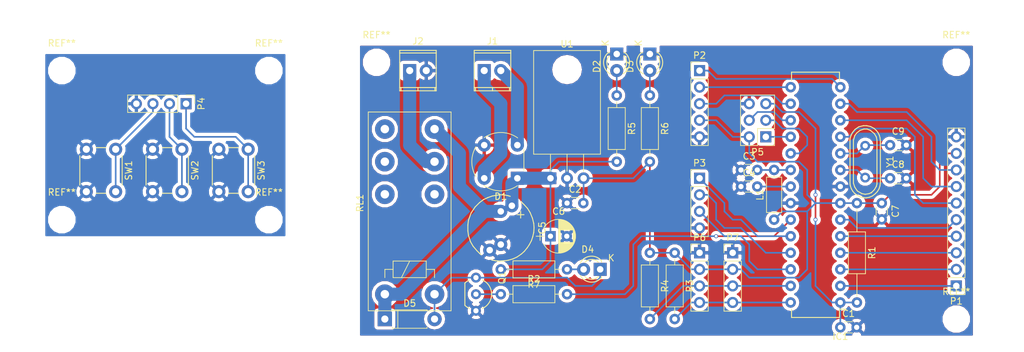
<source format=kicad_pcb>
(kicad_pcb (version 4) (host pcbnew 4.0.7)
  (layers (0 F.Cu signal) (31 B.Cu signal) (34 B.Paste user) (35 F.Paste user) (36 B.SilkS user) (37 F.SilkS user) (38 B.Mask user) (39 F.Mask user) (44 Edge.Cuts user))
  (net 0 "")
  (net 1 /RESET)
  (net 2 GND)
  (net 3 VCC)
  (net 4 "Net-(C3-Pad2)")
  (net 5 "Net-(C4-Pad2)")
  (net 6 VDD)
  (net 7 /XTAL1)
  (net 8 /XTAL2)
  (net 9 "Net-(D1-Pad4)")
  (net 10 "Net-(IC1-Pad2)")
  (net 11 "Net-(IC1-Pad3)")
  (net 12 "Net-(IC1-Pad4)")
  (net 13 "Net-(IC1-Pad5)")
  (net 14 "Net-(IC1-Pad6)")
  (net 15 "Net-(IC1-Pad11)")
  (net 16 "Net-(IC1-Pad12)")
  (net 17 "Net-(IC1-Pad13)")
  (net 18 "Net-(IC1-Pad14)")
  (net 19 "Net-(IC1-Pad15)")
  (net 20 "Net-(IC1-Pad16)")
  (net 21 /MOSI)
  (net 22 /MISO)
  (net 23 /SCK)
  (net 24 /REL1)
  (net 25 "Net-(IC1-Pad24)")
  (net 26 "Net-(IC1-Pad25)")
  (net 27 "Net-(IC1-Pad26)")
  (net 28 /SDA)
  (net 29 /SCL)
  (net 30 "Net-(J2-Pad1)")
  (net 31 "Net-(Q1-Pad2)")
  (net 32 "Net-(RL1-Pad11)")
  (net 33 "Net-(RL1-Pad22)")
  (net 34 "Net-(RL1-Pad12)")
  (net 35 "Net-(RL1-Pad14)")
  (net 36 "Net-(D1-Pad2)")
  (net 37 "Net-(D2-Pad2)")
  (net 38 "Net-(D3-Pad2)")
  (net 39 "Net-(D4-Pad2)")
  (net 40 "Net-(P4-Pad1)")
  (net 41 "Net-(P4-Pad2)")
  (net 42 "Net-(P4-Pad3)")
  (net 43 "Net-(P4-Pad4)")
  (net 44 "Net-(D4-Pad1)")
  (module Capacitors_THT:C_Disc_D3.0mm_W1.6mm_P2.50mm (layer F.Cu) (at 144.78 87.63)
    (fp_text reference C1 (at 1.25 -2.11) (layer F.SilkS))
    (fp_text value C)
    (pad 1 thru_hole circle (at 0 0) (size 1.6 1.6) (drill 0.8) (layers *.Cu *.Mask) (net 1 /RESET))
    (pad 2 thru_hole circle (at 2.5 0) (size 1.6 1.6) (drill 0.8) (layers *.Cu *.Mask) (net 2 GND))
  )
  (module Capacitors_THT:C_Disc_D3.0mm_W1.6mm_P2.50mm (layer F.Cu) (at 102.87 68.58)
    (fp_text reference C2 (at 1.25 -2.11) (layer F.SilkS))
    (fp_text value C)
    (pad 1 thru_hole circle (at 0 0) (size 1.6 1.6) (drill 0.8) (layers *.Cu *.Mask) (net 2 GND))
    (pad 2 thru_hole circle (at 2.5 0) (size 1.6 1.6) (drill 0.8) (layers *.Cu *.Mask) (net 3 VCC))
  )
  (module Capacitors_THT:C_Disc_D3.0mm_W1.6mm_P2.50mm (layer F.Cu) (at 129.54 63.5)
    (fp_text reference C3 (at 1.25 -2.11) (layer F.SilkS))
    (fp_text value C)
    (pad 1 thru_hole circle (at 0 0) (size 1.6 1.6) (drill 0.8) (layers *.Cu *.Mask) (net 2 GND))
    (pad 2 thru_hole circle (at 2.5 0) (size 1.6 1.6) (drill 0.8) (layers *.Cu *.Mask) (net 4 "Net-(C3-Pad2)"))
  )
  (module Capacitors_THT:C_Disc_D3.0mm_W1.6mm_P2.50mm (layer F.Cu) (at 129.54 66.04)
    (fp_text reference C4 (at 1.25 -2.11) (layer F.SilkS))
    (fp_text value C)
    (pad 1 thru_hole circle (at 0 0) (size 1.6 1.6) (drill 0.8) (layers *.Cu *.Mask) (net 2 GND))
    (pad 2 thru_hole circle (at 2.5 0) (size 1.6 1.6) (drill 0.8) (layers *.Cu *.Mask) (net 5 "Net-(C4-Pad2)"))
  )
  (module Capacitors_THT:CP_Radial_D5.0mm_P2.50mm (layer F.Cu) (at 100.33 73.66)
    (fp_text reference C6 (at 1.25 -3.81) (layer F.SilkS))
    (fp_text value CP)
    (pad 1 thru_hole rect (at 0 0) (size 1.6 1.6) (drill 0.8) (layers *.Cu *.Mask) (net 6 VDD))
    (pad 2 thru_hole circle (at 2.5 0) (size 1.6 1.6) (drill 0.8) (layers *.Cu *.Mask) (net 2 GND))
  )
  (module Capacitors_THT:C_Disc_D3.0mm_W1.6mm_P2.50mm (layer F.Cu) (at 151.13 68.58 270)
    (fp_text reference C7 (at 1.25 -2.11 270) (layer F.SilkS))
    (fp_text value C)
    (pad 1 thru_hole circle (at 0 0 270) (size 1.6 1.6) (drill 0.8) (layers *.Cu *.Mask) (net 3 VCC))
    (pad 2 thru_hole circle (at 2.5 0 270) (size 1.6 1.6) (drill 0.8) (layers *.Cu *.Mask) (net 2 GND))
  )
  (module Capacitors_THT:C_Disc_D3.0mm_W1.6mm_P2.50mm (layer F.Cu) (at 152.4 64.77)
    (fp_text reference C8 (at 1.25 -2.11) (layer F.SilkS))
    (fp_text value C)
    (pad 1 thru_hole circle (at 0 0) (size 1.6 1.6) (drill 0.8) (layers *.Cu *.Mask) (net 7 /XTAL1))
    (pad 2 thru_hole circle (at 2.5 0) (size 1.6 1.6) (drill 0.8) (layers *.Cu *.Mask) (net 2 GND))
  )
  (module Capacitors_THT:C_Disc_D3.0mm_W1.6mm_P2.50mm (layer F.Cu) (at 152.4 59.69)
    (fp_text reference C9 (at 1.25 -2.11) (layer F.SilkS))
    (fp_text value C)
    (pad 1 thru_hole circle (at 0 0) (size 1.6 1.6) (drill 0.8) (layers *.Cu *.Mask) (net 8 /XTAL2))
    (pad 2 thru_hole circle (at 2.5 0) (size 1.6 1.6) (drill 0.8) (layers *.Cu *.Mask) (net 2 GND))
  )
  (module Diodes_THT:Diode_Bridge_Round_D8.9mm (layer F.Cu) (at 95.25 64.77 180)
    (fp_text reference D1 (at 2.54 -2.794 180) (layer F.SilkS))
    (fp_text value D_Bridge_+A-A)
    (pad 4 thru_hole oval (at 5.08 0 180) (size 2 2) (drill 1) (layers *.Cu *.Mask) (net 9 "Net-(D1-Pad4)"))
    (pad 2 thru_hole oval (at 0 5.08 180) (size 2 2) (drill 1) (layers *.Cu *.Mask) (net 36 "Net-(D1-Pad2)"))
    (pad 3 thru_hole oval (at 5.08 5.08 180) (size 2 2) (drill 1) (layers *.Cu *.Mask) (net 2 GND))
    (pad 1 thru_hole rect (at 0 0 180) (size 2 2) (drill 1) (layers *.Cu *.Mask) (net 6 VDD))
  )
  (module Housings_DIP:DIP-28_W7.62mm (layer F.Cu) (at 144.78 83.82 180)
    (fp_text reference IC1 (at 0 -5.22 180) (layer F.SilkS))
    (fp_text value ATMEGA168-P)
    (pad 1 thru_hole oval (at 0 0 180) (size 1.6 1.6) (drill 0.8) (layers *.Cu *.Mask) (net 1 /RESET))
    (pad 2 thru_hole oval (at 0 2.54 180) (size 1.6 1.6) (drill 0.8) (layers *.Cu *.Mask) (net 10 "Net-(IC1-Pad2)"))
    (pad 3 thru_hole oval (at 0 5.08 180) (size 1.6 1.6) (drill 0.8) (layers *.Cu *.Mask) (net 11 "Net-(IC1-Pad3)"))
    (pad 4 thru_hole oval (at 0 7.62 180) (size 1.6 1.6) (drill 0.8) (layers *.Cu *.Mask) (net 12 "Net-(IC1-Pad4)"))
    (pad 5 thru_hole oval (at 0 10.16 180) (size 1.6 1.6) (drill 0.8) (layers *.Cu *.Mask) (net 13 "Net-(IC1-Pad5)"))
    (pad 6 thru_hole oval (at 0 12.7 180) (size 1.6 1.6) (drill 0.8) (layers *.Cu *.Mask) (net 14 "Net-(IC1-Pad6)"))
    (pad 7 thru_hole oval (at 0 15.24 180) (size 1.6 1.6) (drill 0.8) (layers *.Cu *.Mask) (net 3 VCC))
    (pad 8 thru_hole oval (at 0 17.78 180) (size 1.6 1.6) (drill 0.8) (layers *.Cu *.Mask) (net 2 GND))
    (pad 9 thru_hole oval (at 0 20.32 180) (size 1.6 1.6) (drill 0.8) (layers *.Cu *.Mask) (net 7 /XTAL1))
    (pad 10 thru_hole oval (at 0 22.86 180) (size 1.6 1.6) (drill 0.8) (layers *.Cu *.Mask) (net 8 /XTAL2))
    (pad 11 thru_hole oval (at 0 25.4 180) (size 1.6 1.6) (drill 0.8) (layers *.Cu *.Mask) (net 15 "Net-(IC1-Pad11)"))
    (pad 12 thru_hole oval (at 0 27.94 180) (size 1.6 1.6) (drill 0.8) (layers *.Cu *.Mask) (net 16 "Net-(IC1-Pad12)"))
    (pad 13 thru_hole oval (at 0 30.48 180) (size 1.6 1.6) (drill 0.8) (layers *.Cu *.Mask) (net 17 "Net-(IC1-Pad13)"))
    (pad 14 thru_hole oval (at 0 33.02 180) (size 1.6 1.6) (drill 0.8) (layers *.Cu *.Mask) (net 18 "Net-(IC1-Pad14)"))
    (pad 15 thru_hole oval (at 7.62 33.02 180) (size 1.6 1.6) (drill 0.8) (layers *.Cu *.Mask) (net 19 "Net-(IC1-Pad15)"))
    (pad 16 thru_hole oval (at 7.62 30.48 180) (size 1.6 1.6) (drill 0.8) (layers *.Cu *.Mask) (net 20 "Net-(IC1-Pad16)"))
    (pad 17 thru_hole oval (at 7.62 27.94 180) (size 1.6 1.6) (drill 0.8) (layers *.Cu *.Mask) (net 21 /MOSI))
    (pad 18 thru_hole oval (at 7.62 25.4 180) (size 1.6 1.6) (drill 0.8) (layers *.Cu *.Mask) (net 22 /MISO))
    (pad 19 thru_hole oval (at 7.62 22.86 180) (size 1.6 1.6) (drill 0.8) (layers *.Cu *.Mask) (net 23 /SCK))
    (pad 20 thru_hole oval (at 7.62 20.32 180) (size 1.6 1.6) (drill 0.8) (layers *.Cu *.Mask) (net 4 "Net-(C3-Pad2)"))
    (pad 21 thru_hole oval (at 7.62 17.78 180) (size 1.6 1.6) (drill 0.8) (layers *.Cu *.Mask) (net 5 "Net-(C4-Pad2)"))
    (pad 22 thru_hole oval (at 7.62 15.24 180) (size 1.6 1.6) (drill 0.8) (layers *.Cu *.Mask) (net 2 GND))
    (pad 23 thru_hole oval (at 7.62 12.7 180) (size 1.6 1.6) (drill 0.8) (layers *.Cu *.Mask) (net 24 /REL1))
    (pad 24 thru_hole oval (at 7.62 10.16 180) (size 1.6 1.6) (drill 0.8) (layers *.Cu *.Mask) (net 25 "Net-(IC1-Pad24)"))
    (pad 25 thru_hole oval (at 7.62 7.62 180) (size 1.6 1.6) (drill 0.8) (layers *.Cu *.Mask) (net 26 "Net-(IC1-Pad25)"))
    (pad 26 thru_hole oval (at 7.62 5.08 180) (size 1.6 1.6) (drill 0.8) (layers *.Cu *.Mask) (net 27 "Net-(IC1-Pad26)"))
    (pad 27 thru_hole oval (at 7.62 2.54 180) (size 1.6 1.6) (drill 0.8) (layers *.Cu *.Mask) (net 28 /SDA))
    (pad 28 thru_hole oval (at 7.62 0 180) (size 1.6 1.6) (drill 0.8) (layers *.Cu *.Mask) (net 29 /SCL))
  )
  (module Connectors_Terminal_Blocks:TerminalBlock_Pheonix_MPT-2.54mm_2pol (layer F.Cu) (at 90.17 48.26)
    (fp_text reference J1 (at 1.27 -4.50088) (layer F.SilkS))
    (fp_text value Screw_Terminal_1x02)
    (pad 2 thru_hole oval (at 2.54 0) (size 1.99898 1.99898) (drill 1.09728) (layers *.Cu *.Mask) (net 36 "Net-(D1-Pad2)"))
    (pad 1 thru_hole rect (at 0 0) (size 1.99898 1.99898) (drill 1.09728) (layers *.Cu *.Mask) (net 9 "Net-(D1-Pad4)"))
  )
  (module Connectors_Terminal_Blocks:TerminalBlock_Pheonix_MPT-2.54mm_2pol (layer F.Cu) (at 78.74 48.26)
    (fp_text reference J2 (at 1.27 -4.50088) (layer F.SilkS))
    (fp_text value Screw_Terminal_1x02)
    (pad 2 thru_hole oval (at 2.54 0) (size 1.99898 1.99898) (drill 1.09728) (layers *.Cu *.Mask) (net 2 GND))
    (pad 1 thru_hole rect (at 0 0) (size 1.99898 1.99898) (drill 1.09728) (layers *.Cu *.Mask) (net 30 "Net-(J2-Pad1)"))
  )
  (module Inductors_THT:L_Axial_L5.3mm_D2.2mm_P7.62mm_Horizontal_Vishay_IM-1 (layer F.Cu) (at 134.62 71.12 90)
    (fp_text reference L1 (at 3.81 -2.16 90) (layer F.SilkS))
    (fp_text value L)
    (pad 1 thru_hole circle (at 0 0 90) (size 1.6 1.6) (drill 0.8) (layers *.Cu *.Mask) (net 3 VCC))
    (pad 2 thru_hole oval (at 7.62 0 90) (size 1.6 1.6) (drill 0.8) (layers *.Cu *.Mask) (net 4 "Net-(C3-Pad2)"))
  )
  (module Pin_Headers:Pin_Header_Straight_1x10_Pitch2.54mm (layer F.Cu) (at 162.56 81.28 180)
    (fp_text reference P1 (at 0 -2.33 180) (layer F.SilkS))
    (fp_text value CONN_01X10)
    (pad 1 thru_hole rect (at 0 0 180) (size 1.7 1.7) (drill 1) (layers *.Cu *.Mask) (net 10 "Net-(IC1-Pad2)"))
    (pad 2 thru_hole oval (at 0 2.54 180) (size 1.7 1.7) (drill 1) (layers *.Cu *.Mask) (net 11 "Net-(IC1-Pad3)"))
    (pad 3 thru_hole oval (at 0 5.08 180) (size 1.7 1.7) (drill 1) (layers *.Cu *.Mask) (net 12 "Net-(IC1-Pad4)"))
    (pad 4 thru_hole oval (at 0 7.62 180) (size 1.7 1.7) (drill 1) (layers *.Cu *.Mask) (net 13 "Net-(IC1-Pad5)"))
    (pad 5 thru_hole oval (at 0 10.16 180) (size 1.7 1.7) (drill 1) (layers *.Cu *.Mask) (net 14 "Net-(IC1-Pad6)"))
    (pad 6 thru_hole oval (at 0 12.7 180) (size 1.7 1.7) (drill 1) (layers *.Cu *.Mask) (net 15 "Net-(IC1-Pad11)"))
    (pad 7 thru_hole oval (at 0 15.24 180) (size 1.7 1.7) (drill 1) (layers *.Cu *.Mask) (net 16 "Net-(IC1-Pad12)"))
    (pad 8 thru_hole oval (at 0 17.78 180) (size 1.7 1.7) (drill 1) (layers *.Cu *.Mask) (net 17 "Net-(IC1-Pad13)"))
    (pad 9 thru_hole oval (at 0 20.32 180) (size 1.7 1.7) (drill 1) (layers *.Cu *.Mask) (net 3 VCC))
    (pad 10 thru_hole oval (at 0 22.86 180) (size 1.7 1.7) (drill 1) (layers *.Cu *.Mask) (net 2 GND))
  )
  (module Pin_Headers:Pin_Header_Straight_1x05_Pitch2.54mm (layer F.Cu) (at 123.19 48.26)
    (fp_text reference P2 (at 0 -2.33) (layer F.SilkS))
    (fp_text value CONN_01X05)
    (pad 1 thru_hole rect (at 0 0) (size 1.7 1.7) (drill 1) (layers *.Cu *.Mask) (net 18 "Net-(IC1-Pad14)"))
    (pad 2 thru_hole oval (at 0 2.54) (size 1.7 1.7) (drill 1) (layers *.Cu *.Mask) (net 19 "Net-(IC1-Pad15)"))
    (pad 3 thru_hole oval (at 0 5.08) (size 1.7 1.7) (drill 1) (layers *.Cu *.Mask) (net 20 "Net-(IC1-Pad16)"))
    (pad 4 thru_hole oval (at 0 7.62) (size 1.7 1.7) (drill 1) (layers *.Cu *.Mask) (net 3 VCC))
    (pad 5 thru_hole oval (at 0 10.16) (size 1.7 1.7) (drill 1) (layers *.Cu *.Mask) (net 2 GND))
  )
  (module Pin_Headers:Pin_Header_Straight_1x04_Pitch2.54mm (layer F.Cu) (at 123.19 64.77)
    (fp_text reference P3 (at 0 -2.33) (layer F.SilkS))
    (fp_text value CONN_01X04)
    (pad 1 thru_hole rect (at 0 0) (size 1.7 1.7) (drill 1) (layers *.Cu *.Mask) (net 25 "Net-(IC1-Pad24)"))
    (pad 2 thru_hole oval (at 0 2.54) (size 1.7 1.7) (drill 1) (layers *.Cu *.Mask) (net 26 "Net-(IC1-Pad25)"))
    (pad 3 thru_hole oval (at 0 5.08) (size 1.7 1.7) (drill 1) (layers *.Cu *.Mask) (net 27 "Net-(IC1-Pad26)"))
    (pad 4 thru_hole oval (at 0 7.62) (size 1.7 1.7) (drill 1) (layers *.Cu *.Mask) (net 2 GND))
  )
  (module Pin_Headers:Pin_Header_Straight_2x03_Pitch2.54mm (layer F.Cu) (at 133.35 58.42 180)
    (fp_text reference P5 (at 1.27 -2.33 180) (layer F.SilkS))
    (fp_text value CONN_02X03)
    (pad 1 thru_hole rect (at 0 0 180) (size 1.7 1.7) (drill 1) (layers *.Cu *.Mask) (net 22 /MISO))
    (pad 2 thru_hole oval (at 2.54 0 180) (size 1.7 1.7) (drill 1) (layers *.Cu *.Mask) (net 3 VCC))
    (pad 3 thru_hole oval (at 0 2.54 180) (size 1.7 1.7) (drill 1) (layers *.Cu *.Mask) (net 23 /SCK))
    (pad 4 thru_hole oval (at 2.54 2.54 180) (size 1.7 1.7) (drill 1) (layers *.Cu *.Mask) (net 21 /MOSI))
    (pad 5 thru_hole oval (at 0 5.08 180) (size 1.7 1.7) (drill 1) (layers *.Cu *.Mask) (net 1 /RESET))
    (pad 6 thru_hole oval (at 2.54 5.08 180) (size 1.7 1.7) (drill 1) (layers *.Cu *.Mask) (net 2 GND))
  )
  (module Pin_Headers:Pin_Header_Straight_1x04_Pitch2.54mm (layer F.Cu) (at 123.19 76.2)
    (fp_text reference P6 (at 0 -2.33) (layer F.SilkS))
    (fp_text value CONN_01X04)
    (pad 1 thru_hole rect (at 0 0) (size 1.7 1.7) (drill 1) (layers *.Cu *.Mask) (net 2 GND))
    (pad 2 thru_hole oval (at 0 2.54) (size 1.7 1.7) (drill 1) (layers *.Cu *.Mask) (net 3 VCC))
    (pad 3 thru_hole oval (at 0 5.08) (size 1.7 1.7) (drill 1) (layers *.Cu *.Mask) (net 28 /SDA))
    (pad 4 thru_hole oval (at 0 7.62) (size 1.7 1.7) (drill 1) (layers *.Cu *.Mask) (net 29 /SCL))
  )
  (module Pin_Headers:Pin_Header_Straight_1x04_Pitch2.54mm (layer F.Cu) (at 128.27 76.2)
    (fp_text reference P7 (at 0 -2.33) (layer F.SilkS))
    (fp_text value CONN_01X04)
    (pad 1 thru_hole rect (at 0 0) (size 1.7 1.7) (drill 1) (layers *.Cu *.Mask) (net 2 GND))
    (pad 2 thru_hole oval (at 0 2.54) (size 1.7 1.7) (drill 1) (layers *.Cu *.Mask) (net 3 VCC))
    (pad 3 thru_hole oval (at 0 5.08) (size 1.7 1.7) (drill 1) (layers *.Cu *.Mask) (net 28 /SDA))
    (pad 4 thru_hole oval (at 0 7.62) (size 1.7 1.7) (drill 1) (layers *.Cu *.Mask) (net 29 /SCL))
  )
  (module Resistors_THT:R_Axial_DIN0207_L6.3mm_D2.5mm_P10.16mm_Horizontal (layer F.Cu) (at 92.71 82.55)
    (fp_text reference R2 (at 5.08 -2.31) (layer F.SilkS))
    (fp_text value R)
    (pad 1 thru_hole circle (at 0 0) (size 1.6 1.6) (drill 0.8) (layers *.Cu *.Mask) (net 31 "Net-(Q1-Pad2)"))
    (pad 2 thru_hole oval (at 10.16 0) (size 1.6 1.6) (drill 0.8) (layers *.Cu *.Mask) (net 24 /REL1))
  )
  (module Resistors_THT:R_Axial_DIN0207_L6.3mm_D2.5mm_P10.16mm_Horizontal (layer F.Cu) (at 119.38 76.2 270)
    (fp_text reference R3 (at 5.08 -2.31 270) (layer F.SilkS))
    (fp_text value 10k)
    (pad 1 thru_hole circle (at 0 0 270) (size 1.6 1.6) (drill 0.8) (layers *.Cu *.Mask) (net 3 VCC))
    (pad 2 thru_hole oval (at 10.16 0 270) (size 1.6 1.6) (drill 0.8) (layers *.Cu *.Mask) (net 29 /SCL))
  )
  (module Resistors_THT:R_Axial_DIN0207_L6.3mm_D2.5mm_P10.16mm_Horizontal (layer F.Cu) (at 115.57 76.2 270)
    (fp_text reference R4 (at 5.08 -2.31 270) (layer F.SilkS))
    (fp_text value 10k)
    (pad 1 thru_hole circle (at 0 0 270) (size 1.6 1.6) (drill 0.8) (layers *.Cu *.Mask) (net 3 VCC))
    (pad 2 thru_hole oval (at 10.16 0 270) (size 1.6 1.6) (drill 0.8) (layers *.Cu *.Mask) (net 28 /SDA))
  )
  (module Relays_THT:Relay_DPDT_Finder_40.52 (layer F.Cu) (at 74.93 82.55 90)
    (fp_text reference RL1 (at 13.97 -3.81 90) (layer F.SilkS))
    (fp_text value FINDER-40.52)
    (pad A1 thru_hole circle (at 0 0 90) (size 3 3) (drill 1.3) (layers *.Cu *.Mask) (net 6 VDD))
    (pad A2 thru_hole circle (at 0 7.62 90) (size 3 3) (drill 1.3) (layers *.Cu *.Mask) (net 44 "Net-(D4-Pad1)"))
    (pad 11 thru_hole circle (at 20.32 0 90) (size 3 3) (drill 1.3) (layers *.Cu *.Mask) (net 32 "Net-(RL1-Pad11)"))
    (pad 24 thru_hole circle (at 25.32 7.62 90) (size 3 3) (drill 1.3) (layers *.Cu *.Mask) (net 6 VDD))
    (pad 22 thru_hole circle (at 15.32 7.62 90) (size 3 3) (drill 1.3) (layers *.Cu *.Mask) (net 33 "Net-(RL1-Pad22)"))
    (pad 12 thru_hole circle (at 15.32 0 90) (size 3 3) (drill 1.3) (layers *.Cu *.Mask) (net 34 "Net-(RL1-Pad12)"))
    (pad 21 thru_hole circle (at 20.32 7.62 90) (size 3 3) (drill 1.3) (layers *.Cu *.Mask) (net 30 "Net-(J2-Pad1)"))
    (pad 14 thru_hole circle (at 25.32 0 90) (size 3 3) (drill 1.3) (layers *.Cu *.Mask) (net 35 "Net-(RL1-Pad14)"))
  )
  (module TO_SOT_Packages_THT:TO-220_Horizontal (layer F.Cu) (at 100.33 64.77)
    (fp_text reference U1 (at 2.54 -20.58) (layer F.SilkS))
    (fp_text value L7805)
    (pad 0 np_thru_hole oval (at 2.54 -16.66) (size 3.5 3.5) (drill 3.5) (layers *.Cu *.Mask))
    (pad 1 thru_hole rect (at 0 0) (size 1.8 1.8) (drill 1) (layers *.Cu *.Mask) (net 6 VDD))
    (pad 2 thru_hole oval (at 2.54 0) (size 1.8 1.8) (drill 1) (layers *.Cu *.Mask) (net 2 GND))
    (pad 3 thru_hole oval (at 5.08 0) (size 1.8 1.8) (drill 1) (layers *.Cu *.Mask) (net 3 VCC))
  )
  (module Crystals:Crystal_HC49-U_Vertical (layer F.Cu) (at 148.59 62.23 270)
    (fp_text reference Y1 (at 0 -3.81 270) (layer F.SilkS))
    (fp_text value 16MHZ)
    (pad 1 thru_hole circle (at -2.44094 0 270) (size 1.50114 1.50114) (drill 0.8001) (layers *.Cu *.Mask) (net 8 /XTAL2))
    (pad 2 thru_hole circle (at 2.44094 0 270) (size 1.50114 1.50114) (drill 0.8001) (layers *.Cu *.Mask) (net 7 /XTAL1))
  )
  (module Capacitors_THT:C_Radial_D10_L20_P5-7.5 (layer F.Cu) (at 92.71 72.39 270)
    (fp_text reference C5 (at 0 -6.35 270) (layer F.SilkS))
    (fp_text value CP)
    (pad 2 thru_hole circle (at 3.40106 1.69926 270) (size 1.99898 1.99898) (drill 1.00076) (layers *.Cu *.Mask) (net 2 GND))
    (pad 1 thru_hole circle (at -3.40106 -1.69926 270) (size 1.99898 1.99898) (drill 1.00076) (layers *.Cu *.Mask) (net 6 VDD))
    (pad 2 thru_hole circle (at 2.54 0 270) (size 1.99898 1.99898) (drill 1.00076) (layers *.Cu *.Mask) (net 2 GND))
    (pad 1 thru_hole circle (at -2.54 0 270) (size 1.99898 1.99898) (drill 1.00076) (layers *.Cu *.Mask) (net 6 VDD))
  )
  (module LEDs:LED-3MM (layer F.Cu) (at 110.49 45.72 270)
    (fp_text reference D2 (at 1.91 3.06 270) (layer F.SilkS))
    (fp_text value LED)
    (fp_text user K (at -1.69 1.74 270) (layer F.SilkS))
    (pad 1 thru_hole rect (at 0 0) (size 2 2) (drill 1.00076) (layers *.Cu *.Mask) (net 2 GND))
    (pad 2 thru_hole circle (at 2.54 0 270) (size 2 2) (drill 1.00076) (layers *.Cu *.Mask) (net 37 "Net-(D2-Pad2)"))
  )
  (module LEDs:LED-3MM (layer F.Cu) (at 115.57 45.72 270)
    (fp_text reference D3 (at 1.91 3.06 270) (layer F.SilkS))
    (fp_text value LED)
    (fp_text user K (at -1.69 1.74 270) (layer F.SilkS))
    (pad 1 thru_hole rect (at 0 0) (size 2 2) (drill 1.00076) (layers *.Cu *.Mask) (net 2 GND))
    (pad 2 thru_hole circle (at 2.54 0 270) (size 2 2) (drill 1.00076) (layers *.Cu *.Mask) (net 38 "Net-(D3-Pad2)"))
  )
  (module LEDs:LED-3MM (layer F.Cu) (at 107.95 78.74 180)
    (fp_text reference D4 (at 1.91 3.06 180) (layer F.SilkS))
    (fp_text value LED)
    (fp_text user K (at -1.69 1.74 180) (layer F.SilkS))
    (pad 1 thru_hole rect (at 0 0 270) (size 2 2) (drill 1.00076) (layers *.Cu *.Mask) (net 44 "Net-(D4-Pad1)"))
    (pad 2 thru_hole circle (at 2.54 0 180) (size 2 2) (drill 1.00076) (layers *.Cu *.Mask) (net 39 "Net-(D4-Pad2)"))
  )
  (module Resistors_THT:R_Axial_DIN0207_L6.3mm_D2.5mm_P10.16mm_Horizontal (layer F.Cu) (at 110.49 52.07 270)
    (fp_text reference R5 (at 5.08 -2.31 270) (layer F.SilkS))
    (fp_text value R)
    (pad 1 thru_hole circle (at 0 0 270) (size 1.6 1.6) (drill 0.8) (layers *.Cu *.Mask) (net 37 "Net-(D2-Pad2)"))
    (pad 2 thru_hole oval (at 10.16 0 270) (size 1.6 1.6) (drill 0.8) (layers *.Cu *.Mask) (net 6 VDD))
  )
  (module Resistors_THT:R_Axial_DIN0207_L6.3mm_D2.5mm_P10.16mm_Horizontal (layer F.Cu) (at 115.57 52.07 270)
    (fp_text reference R6 (at 5.08 -2.31 270) (layer F.SilkS))
    (fp_text value R)
    (pad 1 thru_hole circle (at 0 0 270) (size 1.6 1.6) (drill 0.8) (layers *.Cu *.Mask) (net 38 "Net-(D3-Pad2)"))
    (pad 2 thru_hole oval (at 10.16 0 270) (size 1.6 1.6) (drill 0.8) (layers *.Cu *.Mask) (net 3 VCC))
  )
  (module Resistors_THT:R_Axial_DIN0207_L6.3mm_D2.5mm_P10.16mm_Horizontal (layer F.Cu) (at 102.87 78.74 180)
    (fp_text reference R7 (at 5.08 -2.31 180) (layer F.SilkS))
    (fp_text value R)
    (pad 1 thru_hole circle (at 0 0 180) (size 1.6 1.6) (drill 0.8) (layers *.Cu *.Mask) (net 39 "Net-(D4-Pad2)"))
    (pad 2 thru_hole oval (at 10.16 0 180) (size 1.6 1.6) (drill 0.8) (layers *.Cu *.Mask) (net 6 VDD))
  )
  (module Resistors_THT:R_Axial_DIN0207_L6.3mm_D2.5mm_P15.24mm_Horizontal (layer F.Cu) (at 147.32 68.58 270)
    (fp_text reference R1 (at 7.62 -2.31 270) (layer F.SilkS))
    (fp_text value 10k)
    (pad 1 thru_hole circle (at 0 0 270) (size 1.6 1.6) (drill 0.8) (layers *.Cu *.Mask) (net 3 VCC))
    (pad 2 thru_hole oval (at 15.24 0 270) (size 1.6 1.6) (drill 0.8) (layers *.Cu *.Mask) (net 1 /RESET))
  )
  (module Mounting_Holes:MountingHole_3.2mm_M3 (layer F.Cu) (at 73.66 46.99)
    (fp_text reference REF** (at 0 -4.2) (layer F.SilkS))
    (fp_text value MountingHole_3.2mm_M3)
    (pad 1 np_thru_hole circle (at 0 0) (size 3.2 3.2) (drill 3.2) (layers *.Cu *.Mask))
  )
  (module Mounting_Holes:MountingHole_3.2mm_M3 (layer F.Cu) (at 162.56 46.99)
    (fp_text reference REF** (at 0 -4.2) (layer F.SilkS))
    (fp_text value MountingHole_3.2mm_M3)
    (pad 1 np_thru_hole circle (at 0 0) (size 3.2 3.2) (drill 3.2) (layers *.Cu *.Mask))
  )
  (module Mounting_Holes:MountingHole_3.2mm_M3 (layer F.Cu) (at 162.56 86.36)
    (fp_text reference REF** (at 0 -4.2) (layer F.SilkS))
    (fp_text value MountingHole_3.2mm_M3)
    (pad 1 np_thru_hole circle (at 0 0) (size 3.2 3.2) (drill 3.2) (layers *.Cu *.Mask))
  )
  (module TO_SOT_Packages_THT:TO-92_Inline_Wide (layer F.Cu) (at 88.9 80.01 270)
    (fp_text reference Q1 (at 0 -4 450) (layer F.SilkS))
    (fp_text value BC547)
    (pad 2 thru_hole circle (at 2.54 0) (size 1.524 1.524) (drill 0.8) (layers *.Cu *.Mask) (net 31 "Net-(Q1-Pad2)"))
    (pad 3 thru_hole circle (at 5.08 0) (size 1.524 1.524) (drill 0.8) (layers *.Cu *.Mask) (net 2 GND))
    (pad 1 thru_hole circle (at 0 0) (size 1.524 1.524) (drill 0.8) (layers *.Cu *.Mask) (net 44 "Net-(D4-Pad1)"))
  )
  (module Pin_Headers:Pin_Header_Straight_1x04_Pitch2.54mm (layer F.Cu) (at 44.45 53.34 270)
    (fp_text reference P4 (at 0 -2.33 270) (layer F.SilkS))
    (fp_text value CONN_01X04)
    (pad 1 thru_hole rect (at 0 0 270) (size 1.7 1.7) (drill 1) (layers *.Cu *.Mask) (net 40 "Net-(P4-Pad1)"))
    (pad 2 thru_hole oval (at 0 2.54 270) (size 1.7 1.7) (drill 1) (layers *.Cu *.Mask) (net 41 "Net-(P4-Pad2)"))
    (pad 3 thru_hole oval (at 0 5.08 270) (size 1.7 1.7) (drill 1) (layers *.Cu *.Mask) (net 42 "Net-(P4-Pad3)"))
    (pad 4 thru_hole oval (at 0 7.62 270) (size 1.7 1.7) (drill 1) (layers *.Cu *.Mask) (net 43 "Net-(P4-Pad4)"))
  )
  (module Buttons_Switches_THT:SW_PUSH_6mm (layer F.Cu) (at 33.655 60.325 270)
    (fp_text reference SW1 (at 3.25 -2 270) (layer F.SilkS))
    (fp_text value SW_Push)
    (pad 2 thru_hole circle (at 0 4.5) (size 2 2) (drill 1.1) (layers *.Cu *.Mask) (net 43 "Net-(P4-Pad4)"))
    (pad 1 thru_hole circle (at 0 0) (size 2 2) (drill 1.1) (layers *.Cu *.Mask) (net 42 "Net-(P4-Pad3)"))
    (pad 2 thru_hole circle (at 6.5 4.5) (size 2 2) (drill 1.1) (layers *.Cu *.Mask) (net 43 "Net-(P4-Pad4)"))
    (pad 1 thru_hole circle (at 6.5 0) (size 2 2) (drill 1.1) (layers *.Cu *.Mask) (net 42 "Net-(P4-Pad3)"))
  )
  (module Buttons_Switches_THT:SW_PUSH_6mm (layer F.Cu) (at 43.815 60.325 270)
    (fp_text reference SW2 (at 3.25 -2 270) (layer F.SilkS))
    (fp_text value SW_Push)
    (pad 2 thru_hole circle (at 0 4.5) (size 2 2) (drill 1.1) (layers *.Cu *.Mask) (net 43 "Net-(P4-Pad4)"))
    (pad 1 thru_hole circle (at 0 0) (size 2 2) (drill 1.1) (layers *.Cu *.Mask) (net 41 "Net-(P4-Pad2)"))
    (pad 2 thru_hole circle (at 6.5 4.5) (size 2 2) (drill 1.1) (layers *.Cu *.Mask) (net 43 "Net-(P4-Pad4)"))
    (pad 1 thru_hole circle (at 6.5 0) (size 2 2) (drill 1.1) (layers *.Cu *.Mask) (net 41 "Net-(P4-Pad2)"))
  )
  (module Buttons_Switches_THT:SW_PUSH_6mm (layer F.Cu) (at 53.975 60.325 270)
    (fp_text reference SW3 (at 3.25 -2 270) (layer F.SilkS))
    (fp_text value SW_Push)
    (pad 2 thru_hole circle (at 0 4.5) (size 2 2) (drill 1.1) (layers *.Cu *.Mask) (net 43 "Net-(P4-Pad4)"))
    (pad 1 thru_hole circle (at 0 0) (size 2 2) (drill 1.1) (layers *.Cu *.Mask) (net 40 "Net-(P4-Pad1)"))
    (pad 2 thru_hole circle (at 6.5 4.5) (size 2 2) (drill 1.1) (layers *.Cu *.Mask) (net 43 "Net-(P4-Pad4)"))
    (pad 1 thru_hole circle (at 6.5 0) (size 2 2) (drill 1.1) (layers *.Cu *.Mask) (net 40 "Net-(P4-Pad1)"))
  )
  (module Diodes_THT:D_DO-41_SOD81_P7.62mm_Horizontal (layer F.Cu) (at 74.93 86.36)
    (fp_text reference D5 (at 3.81 -2.41) (layer F.SilkS))
    (fp_text value D)
    (pad 1 thru_hole rect (at 0 0) (size 2.2 2.2) (drill 1.1) (layers *.Cu *.Mask) (net 6 VDD))
    (pad 2 thru_hole oval (at 7.62 0) (size 2.2 2.2) (drill 1.1) (layers *.Cu *.Mask) (net 44 "Net-(D4-Pad1)"))
  )
  (module Mounting_Holes:MountingHole_3.2mm_M3 (layer F.Cu) (at 25.4 71.12)
    (fp_text reference REF** (at 0 -4.2) (layer F.SilkS))
    (fp_text value MountingHole_3.2mm_M3)
    (pad 1 np_thru_hole circle (at 0 0) (size 3.2 3.2) (drill 3.2) (layers *.Cu *.Mask))
  )
  (module Mounting_Holes:MountingHole_3.2mm_M3 (layer F.Cu) (at 25.4 48.26)
    (fp_text reference REF** (at 0 -4.2) (layer F.SilkS))
    (fp_text value MountingHole_3.2mm_M3)
    (pad 1 np_thru_hole circle (at 0 0) (size 3.2 3.2) (drill 3.2) (layers *.Cu *.Mask))
  )
  (module Mounting_Holes:MountingHole_3.2mm_M3 (layer F.Cu) (at 57.15 48.26)
    (fp_text reference REF** (at 0 -4.2) (layer F.SilkS))
    (fp_text value MountingHole_3.2mm_M3)
    (pad 1 np_thru_hole circle (at 0 0) (size 3.2 3.2) (drill 3.2) (layers *.Cu *.Mask))
  )
  (module Mounting_Holes:MountingHole_3.2mm_M3 (layer F.Cu) (at 57.15 71.12)
    (fp_text reference REF** (at 0 -4.2) (layer F.SilkS))
    (fp_text value MountingHole_3.2mm_M3)
    (pad 1 np_thru_hole circle (at 0 0) (size 3.2 3.2) (drill 3.2) (layers *.Cu *.Mask))
  )
  (via (at 140.97 67.31) (size 0.6) (drill 0.4) (layers F.Cu B.Cu) (net 1))
  (segment (start 134.62 53.34) (end 135.89 54.61) (width 0.25) (layer B.Cu) (net 1))
  (segment (start 135.89 54.61) (end 138.43 54.61) (width 0.25) (layer B.Cu) (net 1))
  (segment (start 138.43 54.61) (end 140.97 57.15) (width 0.25) (layer B.Cu) (net 1))
  (segment (start 140.97 57.15) (end 140.97 67.31) (width 0.25) (layer B.Cu) (net 1))
  (segment (start 133.35 53.34) (end 134.62 53.34) (width 0.25) (layer B.Cu) (net 1))
  (segment (start 143.51 83.82) (end 144.78 83.82) (width 0.25) (layer B.Cu) (net 1))
  (segment (start 140.97 81.28) (end 143.51 83.82) (width 0.25) (layer B.Cu) (net 1))
  (segment (start 140.97 71.12) (end 140.97 81.28) (width 0.25) (layer B.Cu) (net 1))
  (via (at 140.97 71.12) (size 0.6) (drill 0.4) (layers F.Cu B.Cu) (net 1))
  (segment (start 140.97 67.31) (end 140.97 71.12) (width 0.25) (layer F.Cu) (net 1))
  (segment (start 144.78 87.63) (end 144.78 83.82) (width 0.25) (layer B.Cu) (net 1))
  (segment (start 144.78 83.82) (end 147.32 83.82) (width 0.25) (layer B.Cu) (net 1))
  (segment (start 162.56 60.96) (end 161.29 60.96) (width 0.25) (layer F.Cu) (net 3))
  (segment (start 161.29 60.96) (end 160.02 62.23) (width 0.25) (layer F.Cu) (net 3))
  (via (at 151.13 68.58) (size 0.6) (drill 0.4) (layers F.Cu B.Cu) (net 3))
  (segment (start 151.13 68.58) (end 152.4 67.31) (width 0.25) (layer F.Cu) (net 3))
  (segment (start 152.4 67.31) (end 158.75 67.31) (width 0.25) (layer F.Cu) (net 3))
  (segment (start 158.75 67.31) (end 160.02 66.04) (width 0.25) (layer F.Cu) (net 3))
  (segment (start 160.02 66.04) (end 160.02 62.23) (width 0.25) (layer F.Cu) (net 3))
  (segment (start 115.57 62.23) (end 115.57 76.2) (width 0.25) (layer F.Cu) (net 3))
  (segment (start 138.43 80.01) (end 139.7 78.74) (width 0.25) (layer B.Cu) (net 3))
  (segment (start 129.54 78.74) (end 130.81 80.01) (width 0.25) (layer B.Cu) (net 3))
  (segment (start 130.81 80.01) (end 138.43 80.01) (width 0.25) (layer B.Cu) (net 3))
  (segment (start 128.27 78.74) (end 129.54 78.74) (width 0.25) (layer B.Cu) (net 3))
  (segment (start 139.7 78.74) (end 139.7 69.85) (width 0.25) (layer B.Cu) (net 3))
  (segment (start 123.19 55.88) (end 125.73 55.88) (width 0.25) (layer B.Cu) (net 3))
  (segment (start 128.27 58.42) (end 125.73 55.88) (width 0.25) (layer B.Cu) (net 3))
  (segment (start 128.27 58.42) (end 130.81 58.42) (width 0.25) (layer B.Cu) (net 3))
  (segment (start 130.81 58.42) (end 130.81 60.96) (width 0.25) (layer B.Cu) (net 3))
  (segment (start 139.7 67.31) (end 140.97 68.58) (width 0.25) (layer B.Cu) (net 3))
  (segment (start 139.7 63.5) (end 139.7 67.31) (width 0.25) (layer B.Cu) (net 3))
  (segment (start 138.43 62.23) (end 139.7 63.5) (width 0.25) (layer B.Cu) (net 3))
  (segment (start 132.08 62.23) (end 138.43 62.23) (width 0.25) (layer B.Cu) (net 3))
  (segment (start 130.81 60.96) (end 132.08 62.23) (width 0.25) (layer B.Cu) (net 3))
  (segment (start 119.38 76.2) (end 115.57 76.2) (width 0.25) (layer B.Cu) (net 3))
  (segment (start 123.19 78.74) (end 121.92 78.74) (width 0.25) (layer B.Cu) (net 3))
  (segment (start 121.92 78.74) (end 119.38 76.2) (width 0.25) (layer B.Cu) (net 3))
  (segment (start 128.27 78.74) (end 123.19 78.74) (width 0.25) (layer B.Cu) (net 3))
  (segment (start 144.78 68.58) (end 140.97 68.58) (width 0.25) (layer B.Cu) (net 3))
  (segment (start 135.89 69.85) (end 134.62 71.12) (width 0.25) (layer B.Cu) (net 3))
  (segment (start 139.7 69.85) (end 135.89 69.85) (width 0.25) (layer B.Cu) (net 3))
  (segment (start 140.97 68.58) (end 139.7 69.85) (width 0.25) (layer B.Cu) (net 3))
  (segment (start 147.32 68.58) (end 151.13 68.58) (width 0.25) (layer B.Cu) (net 3))
  (segment (start 144.78 68.58) (end 147.32 68.58) (width 0.25) (layer B.Cu) (net 3))
  (segment (start 105.41 64.77) (end 113.03 64.77) (width 0.25) (layer B.Cu) (net 3))
  (segment (start 113.03 64.77) (end 115.57 62.23) (width 0.25) (layer B.Cu) (net 3))
  (segment (start 105.41 64.77) (end 105.41 68.54) (width 0.25) (layer B.Cu) (net 3))
  (segment (start 105.41 68.54) (end 105.37 68.58) (width 0.25) (layer B.Cu) (net 3))
  (segment (start 134.62 63.5) (end 132.04 63.5) (width 0.25) (layer B.Cu) (net 4))
  (segment (start 137.16 63.5) (end 134.62 63.5) (width 0.25) (layer B.Cu) (net 4))
  (segment (start 137.16 66.04) (end 132.04 66.04) (width 0.25) (layer B.Cu) (net 5))
  (segment (start 92.71 78.74) (end 99.06 78.74) (width 0.25) (layer B.Cu) (net 6))
  (segment (start 100.33 77.47) (end 100.33 73.66) (width 0.25) (layer B.Cu) (net 6))
  (segment (start 99.06 78.74) (end 100.33 77.47) (width 0.25) (layer B.Cu) (net 6))
  (segment (start 74.93 86.36) (end 74.93 82.55) (width 2) (layer B.Cu) (net 6))
  (segment (start 82.55 57.23) (end 82.63 57.23) (width 0.25) (layer B.Cu) (net 6))
  (segment (start 82.63 57.23) (end 86.36 60.96) (width 2) (layer B.Cu) (net 6))
  (segment (start 86.36 60.96) (end 86.36 66.04) (width 2) (layer B.Cu) (net 6))
  (segment (start 86.36 66.04) (end 90.17 69.85) (width 2) (layer B.Cu) (net 6))
  (segment (start 74.93 82.55) (end 77.47 82.55) (width 2) (layer B.Cu) (net 6))
  (segment (start 90.17 69.85) (end 92.71 69.85) (width 2) (layer B.Cu) (net 6))
  (segment (start 77.47 82.55) (end 90.17 69.85) (width 2) (layer B.Cu) (net 6))
  (segment (start 94.40926 68.98894) (end 93.57106 68.98894) (width 0.25) (layer B.Cu) (net 6))
  (segment (start 93.57106 68.98894) (end 92.71 69.85) (width 0.25) (layer B.Cu) (net 6))
  (segment (start 100.33 64.77) (end 100.33 63.5) (width 0.25) (layer B.Cu) (net 6))
  (segment (start 101.6 62.23) (end 110.49 62.23) (width 0.25) (layer B.Cu) (net 6))
  (segment (start 100.33 63.5) (end 101.6 62.23) (width 0.25) (layer B.Cu) (net 6))
  (segment (start 94.40926 68.98894) (end 94.40926 65.61074) (width 2) (layer B.Cu) (net 6))
  (segment (start 94.40926 65.61074) (end 95.25 64.77) (width 0.25) (layer B.Cu) (net 6))
  (segment (start 100.33 64.77) (end 100.33 73.66) (width 0.25) (layer B.Cu) (net 6))
  (segment (start 100.33 64.77) (end 95.25 64.77) (width 2) (layer B.Cu) (net 6))
  (segment (start 152.4 64.77) (end 148.68906 64.77) (width 0.25) (layer B.Cu) (net 7))
  (segment (start 148.68906 64.77) (end 148.59 64.67094) (width 0.25) (layer B.Cu) (net 7))
  (segment (start 148.59 64.67094) (end 148.49094 64.67094) (width 0.25) (layer B.Cu) (net 7))
  (segment (start 148.49094 64.67094) (end 147.32 63.5) (width 0.25) (layer B.Cu) (net 7))
  (segment (start 147.32 63.5) (end 144.78 63.5) (width 0.25) (layer B.Cu) (net 7))
  (segment (start 152.4 59.69) (end 148.68906 59.69) (width 0.25) (layer B.Cu) (net 8))
  (segment (start 148.68906 59.69) (end 148.59 59.78906) (width 0.25) (layer B.Cu) (net 8))
  (segment (start 148.59 59.78906) (end 148.49094 59.78906) (width 0.25) (layer B.Cu) (net 8))
  (segment (start 148.49094 59.78906) (end 147.32 60.96) (width 0.25) (layer B.Cu) (net 8))
  (segment (start 147.32 60.96) (end 144.78 60.96) (width 0.25) (layer B.Cu) (net 8))
  (segment (start 90.17 64.77) (end 90.17 63.5) (width 2) (layer B.Cu) (net 9))
  (segment (start 90.17 50.8) (end 90.17 48.26) (width 2) (layer B.Cu) (net 9))
  (segment (start 92.71 53.34) (end 90.17 50.8) (width 2) (layer B.Cu) (net 9))
  (segment (start 92.71 60.96) (end 92.71 53.34) (width 2) (layer B.Cu) (net 9))
  (segment (start 90.17 63.5) (end 92.71 60.96) (width 2) (layer B.Cu) (net 9))
  (segment (start 144.78 81.28) (end 162.56 81.28) (width 0.25) (layer B.Cu) (net 10))
  (segment (start 144.78 78.74) (end 162.56 78.74) (width 0.25) (layer B.Cu) (net 11))
  (segment (start 162.56 76.2) (end 144.78 76.2) (width 0.25) (layer B.Cu) (net 12))
  (segment (start 144.78 73.66) (end 162.56 73.66) (width 0.25) (layer B.Cu) (net 13))
  (segment (start 144.78 71.12) (end 146.05 71.12) (width 0.25) (layer B.Cu) (net 14))
  (segment (start 146.05 71.12) (end 147.32 72.39) (width 0.25) (layer B.Cu) (net 14))
  (segment (start 147.32 72.39) (end 161.29 72.39) (width 0.25) (layer B.Cu) (net 14))
  (segment (start 161.29 72.39) (end 162.56 71.12) (width 0.25) (layer B.Cu) (net 14))
  (segment (start 144.78 58.42) (end 146.05 58.42) (width 0.25) (layer B.Cu) (net 15))
  (segment (start 146.05 58.42) (end 147.32 57.15) (width 0.25) (layer B.Cu) (net 15))
  (segment (start 147.32 57.15) (end 154.94 57.15) (width 0.25) (layer B.Cu) (net 15))
  (segment (start 154.94 57.15) (end 156.21 58.42) (width 0.25) (layer B.Cu) (net 15))
  (segment (start 156.21 58.42) (end 156.21 67.31) (width 0.25) (layer B.Cu) (net 15))
  (segment (start 156.21 67.31) (end 157.48 68.58) (width 0.25) (layer B.Cu) (net 15))
  (segment (start 157.48 68.58) (end 162.56 68.58) (width 0.25) (layer B.Cu) (net 15))
  (segment (start 144.78 55.88) (end 154.94 55.88) (width 0.25) (layer B.Cu) (net 16))
  (segment (start 154.94 55.88) (end 157.48 58.42) (width 0.25) (layer B.Cu) (net 16))
  (segment (start 157.48 58.42) (end 157.48 64.77) (width 0.25) (layer B.Cu) (net 16))
  (segment (start 157.48 64.77) (end 158.75 66.04) (width 0.25) (layer B.Cu) (net 16))
  (segment (start 158.75 66.04) (end 162.56 66.04) (width 0.25) (layer B.Cu) (net 16))
  (segment (start 144.78 53.34) (end 146.05 53.34) (width 0.25) (layer B.Cu) (net 17))
  (segment (start 146.05 53.34) (end 147.32 54.61) (width 0.25) (layer B.Cu) (net 17))
  (segment (start 147.32 54.61) (end 154.94 54.61) (width 0.25) (layer B.Cu) (net 17))
  (segment (start 154.94 54.61) (end 158.75 58.42) (width 0.25) (layer B.Cu) (net 17))
  (segment (start 158.75 58.42) (end 158.75 62.23) (width 0.25) (layer B.Cu) (net 17))
  (segment (start 158.75 62.23) (end 160.02 63.5) (width 0.25) (layer B.Cu) (net 17))
  (segment (start 160.02 63.5) (end 162.56 63.5) (width 0.25) (layer B.Cu) (net 17))
  (segment (start 123.19 48.26) (end 124.46 48.26) (width 0.25) (layer B.Cu) (net 18))
  (segment (start 143.51 49.53) (end 144.78 50.8) (width 0.25) (layer B.Cu) (net 18))
  (segment (start 125.73 49.53) (end 143.51 49.53) (width 0.25) (layer B.Cu) (net 18))
  (segment (start 124.46 48.26) (end 125.73 49.53) (width 0.25) (layer B.Cu) (net 18))
  (segment (start 123.19 50.8) (end 137.16 50.8) (width 0.25) (layer B.Cu) (net 19))
  (segment (start 137.16 53.34) (end 135.89 53.34) (width 0.25) (layer B.Cu) (net 20))
  (segment (start 125.73 53.34) (end 127 52.07) (width 0.25) (layer B.Cu) (net 20))
  (segment (start 127 52.07) (end 134.62 52.07) (width 0.25) (layer B.Cu) (net 20))
  (segment (start 125.73 53.34) (end 123.19 53.34) (width 0.25) (layer B.Cu) (net 20))
  (segment (start 135.89 53.34) (end 134.62 52.07) (width 0.25) (layer B.Cu) (net 20))
  (segment (start 130.81 55.88) (end 132.08 54.61) (width 0.25) (layer B.Cu) (net 21))
  (segment (start 135.89 55.88) (end 137.16 55.88) (width 0.25) (layer B.Cu) (net 21))
  (segment (start 134.62 54.61) (end 135.89 55.88) (width 0.25) (layer B.Cu) (net 21))
  (segment (start 132.08 54.61) (end 134.62 54.61) (width 0.25) (layer B.Cu) (net 21))
  (segment (start 133.35 58.42) (end 137.16 58.42) (width 0.25) (layer B.Cu) (net 22))
  (segment (start 133.35 55.88) (end 134.62 55.88) (width 0.25) (layer B.Cu) (net 23))
  (segment (start 138.43 60.96) (end 137.16 60.96) (width 0.25) (layer B.Cu) (net 23))
  (segment (start 139.7 59.69) (end 138.43 60.96) (width 0.25) (layer B.Cu) (net 23))
  (segment (start 139.7 58.42) (end 139.7 59.69) (width 0.25) (layer B.Cu) (net 23))
  (segment (start 138.43 57.15) (end 139.7 58.42) (width 0.25) (layer B.Cu) (net 23))
  (segment (start 135.89 57.15) (end 138.43 57.15) (width 0.25) (layer B.Cu) (net 23))
  (segment (start 134.62 55.88) (end 135.89 57.15) (width 0.25) (layer B.Cu) (net 23))
  (segment (start 102.87 82.55) (end 111.76 82.55) (width 0.25) (layer B.Cu) (net 24))
  (segment (start 134.62 73.66) (end 125.73 73.66) (width 0.25) (layer F.Cu) (net 24))
  (via (at 125.73 73.66) (size 0.6) (drill 0.4) (layers F.Cu B.Cu) (net 24))
  (segment (start 114.3 73.66) (end 125.73 73.66) (width 0.25) (layer B.Cu) (net 24))
  (segment (start 113.03 74.93) (end 114.3 73.66) (width 0.25) (layer B.Cu) (net 24))
  (segment (start 113.03 81.28) (end 113.03 74.93) (width 0.25) (layer B.Cu) (net 24))
  (segment (start 111.76 82.55) (end 113.03 81.28) (width 0.25) (layer B.Cu) (net 24))
  (segment (start 134.62 73.66) (end 137.16 71.12) (width 0.25) (layer F.Cu) (net 24))
  (segment (start 127 69.85) (end 127 68.58) (width 0.25) (layer B.Cu) (net 25))
  (segment (start 132.08 73.66) (end 129.54 71.12) (width 0.25) (layer B.Cu) (net 25))
  (segment (start 129.54 71.12) (end 128.27 71.12) (width 0.25) (layer B.Cu) (net 25))
  (segment (start 128.27 71.12) (end 127 69.85) (width 0.25) (layer B.Cu) (net 25))
  (segment (start 137.16 73.66) (end 132.08 73.66) (width 0.25) (layer B.Cu) (net 25))
  (segment (start 127 68.58) (end 123.19 64.77) (width 0.25) (layer B.Cu) (net 25))
  (segment (start 127 72.39) (end 129.54 72.39) (width 0.25) (layer B.Cu) (net 26))
  (segment (start 125.73 71.12) (end 127 72.39) (width 0.25) (layer B.Cu) (net 26))
  (segment (start 123.19 67.31) (end 124.46 67.31) (width 0.25) (layer B.Cu) (net 26))
  (segment (start 124.46 67.31) (end 125.73 68.58) (width 0.25) (layer B.Cu) (net 26))
  (segment (start 125.73 68.58) (end 125.73 71.12) (width 0.25) (layer B.Cu) (net 26))
  (segment (start 133.35 76.2) (end 137.16 76.2) (width 0.25) (layer B.Cu) (net 26))
  (segment (start 129.54 72.39) (end 133.35 76.2) (width 0.25) (layer B.Cu) (net 26))
  (segment (start 127 73.66) (end 129.54 73.66) (width 0.25) (layer B.Cu) (net 27))
  (segment (start 123.19 69.85) (end 127 73.66) (width 0.25) (layer B.Cu) (net 27))
  (segment (start 130.81 74.93) (end 129.54 73.66) (width 0.25) (layer B.Cu) (net 27))
  (segment (start 132.08 78.74) (end 137.16 78.74) (width 0.25) (layer B.Cu) (net 27))
  (segment (start 132.08 78.74) (end 130.81 77.47) (width 0.25) (layer B.Cu) (net 27))
  (segment (start 130.81 77.47) (end 130.81 74.93) (width 0.25) (layer B.Cu) (net 27))
  (segment (start 137.16 81.28) (end 128.27 81.28) (width 0.25) (layer B.Cu) (net 28))
  (segment (start 128.27 81.28) (end 123.19 81.28) (width 0.25) (layer B.Cu) (net 28))
  (segment (start 123.19 81.28) (end 120.65 81.28) (width 0.25) (layer B.Cu) (net 28))
  (segment (start 120.65 81.28) (end 115.57 86.36) (width 0.25) (layer B.Cu) (net 28))
  (segment (start 123.19 83.82) (end 121.92 83.82) (width 0.25) (layer B.Cu) (net 29))
  (segment (start 121.92 83.82) (end 119.38 86.36) (width 0.25) (layer B.Cu) (net 29))
  (segment (start 128.27 83.82) (end 123.19 83.82) (width 0.25) (layer B.Cu) (net 29))
  (segment (start 137.16 83.82) (end 128.27 83.82) (width 0.25) (layer B.Cu) (net 29))
  (segment (start 82.55 62.23) (end 81.28 62.23) (width 0.25) (layer B.Cu) (net 30))
  (segment (start 81.28 62.23) (end 78.74 59.69) (width 2) (layer B.Cu) (net 30))
  (segment (start 78.74 59.69) (end 78.74 48.26) (width 2) (layer B.Cu) (net 30))
  (segment (start 88.9 82.55) (end 92.71 82.55) (width 0.25) (layer B.Cu) (net 31))
  (segment (start 95.25 59.69) (end 95.25 50.8) (width 2) (layer B.Cu) (net 36))
  (segment (start 95.25 50.8) (end 92.71 48.26) (width 2) (layer B.Cu) (net 36))
  (segment (start 110.49 48.26) (end 110.49 52.07) (width 0.25) (layer B.Cu) (net 37))
  (segment (start 115.57 48.26) (end 115.57 52.07) (width 0.25) (layer B.Cu) (net 38))
  (segment (start 105.41 78.74) (end 102.87 78.74) (width 0.25) (layer B.Cu) (net 39))
  (segment (start 53.975 60.325) (end 52.07 58.42) (width 0.25) (layer B.Cu) (net 40))
  (segment (start 44.45 57.15) (end 44.45 53.34) (width 0.25) (layer B.Cu) (net 40))
  (segment (start 45.72 58.42) (end 44.45 57.15) (width 0.25) (layer B.Cu) (net 40))
  (segment (start 52.07 58.42) (end 45.72 58.42) (width 0.25) (layer B.Cu) (net 40))
  (segment (start 53.975 60.325) (end 53.975 66.825) (width 0.25) (layer B.Cu) (net 40))
  (segment (start 43.815 60.325) (end 41.91 58.42) (width 0.25) (layer B.Cu) (net 41))
  (segment (start 41.91 58.42) (end 41.91 53.34) (width 0.25) (layer B.Cu) (net 41))
  (segment (start 43.815 60.325) (end 43.815 66.825) (width 0.25) (layer B.Cu) (net 41))
  (segment (start 33.655 60.325) (end 39.37 54.61) (width 0.25) (layer B.Cu) (net 42))
  (segment (start 39.37 54.61) (end 39.37 53.34) (width 0.25) (layer B.Cu) (net 42))
  (segment (start 33.655 60.325) (end 33.655 66.825) (width 0.25) (layer B.Cu) (net 42))
  (segment (start 88.9 80.01) (end 102.87 80.01) (width 0.25) (layer B.Cu) (net 44))
  (segment (start 107.95 80.01) (end 107.95 78.74) (width 0.25) (layer B.Cu) (net 44))
  (segment (start 106.68 81.28) (end 107.95 80.01) (width 0.25) (layer B.Cu) (net 44))
  (segment (start 104.14 81.28) (end 106.68 81.28) (width 0.25) (layer B.Cu) (net 44))
  (segment (start 102.87 80.01) (end 104.14 81.28) (width 0.25) (layer B.Cu) (net 44))
  (segment (start 88.9 80.01) (end 85.09 80.01) (width 0.25) (layer B.Cu) (net 44))
  (segment (start 85.09 80.01) (end 82.55 82.55) (width 0.25) (layer B.Cu) (net 44))
  (segment (start 82.55 86.36) (end 82.55 82.55) (width 0.25) (layer B.Cu) (net 44))
  (segment (start 82.55 82.55) (end 83.82 82.55) (width 0.25) (layer B.Cu) (net 44))
  (zone (net 2) (net_name GND) (layer F.Cu) (connect_pads (clearance 0.508)) (min_thickness 0.254) (fill yes (arc_segments 16) (thermal_gap 0.508) (thermal_bridge_width 0.508))
    (polygon (pts (xy 165.1 44.45) (xy 71.12 44.45) (xy 71.12 88.9) (xy 165.1 88.9)))
  )
  (zone (net 2) (net_name GND) (layer B.Cu) (connect_pads (clearance 0.508)) (min_thickness 0.254) (fill yes (arc_segments 16) (thermal_gap 0.508) (thermal_bridge_width 0.508))
    (polygon (pts (xy 165.1 44.45) (xy 71.12 44.45) (xy 71.12 88.9) (xy 165.1 88.9)))
  )
  (zone (net 43) (net_name "Net-(P4-Pad4)") (layer B.Cu) (connect_pads (clearance 0.508)) (min_thickness 0.254) (fill yes (arc_segments 16) (thermal_gap 0.508) (thermal_bridge_width 0.508))
    (polygon (pts (xy 22.86 45.72) (xy 59.69 45.72) (xy 59.69 73.66) (xy 22.86 73.66)))
  )
)
</source>
